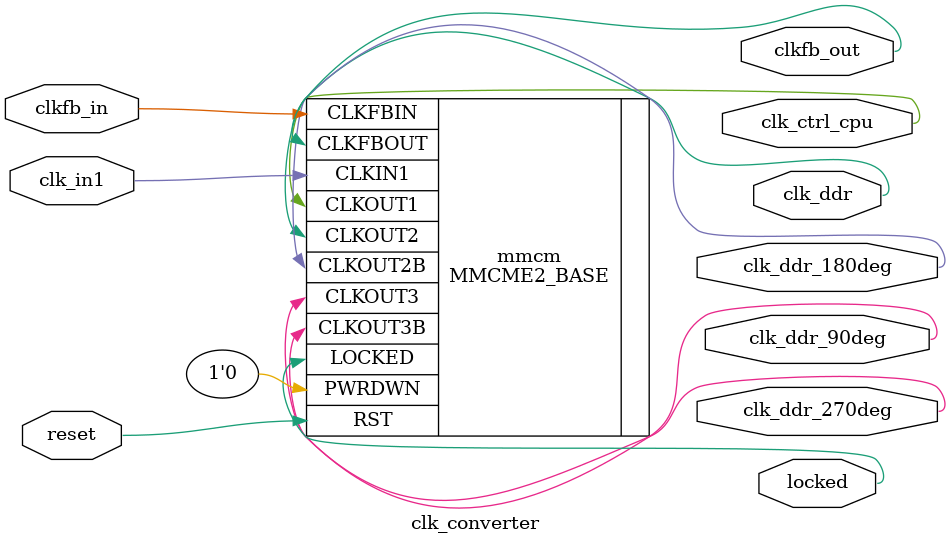
<source format=sv>
`timescale 1ns / 1ps

module clk_converter(
    input clk_in1,
    input reset,

    output clk_ctrl_cpu,
    output clk_ddr,
    output clk_ddr_90deg,
    output clk_ddr_180deg,
    output clk_ddr_270deg,

    output clkfb_out,
    input clkfb_in,

    output locked
);

MMCME2_BASE#(
    .DIVCLK_DIVIDE(4),
    .CLKFBOUT_MULT_F(48.5),
    .CLKIN1_PERIOD(20.000),     // 50MHz input clock
    .CLKOUT1_DIVIDE(8),         // 75.78125MHz output
    .CLKOUT2_DIVIDE(2),         // 303.125MHz output
    .CLKOUT3_DIVIDE(2),         // 303.125MHz output
    .CLKOUT3_PHASE(90)
) mmcm(
    .CLKIN1(clk_in1),

    .CLKFBIN(clkfb_in),
    .CLKFBOUT(clkfb_out),

    .CLKOUT1(clk_ctrl_cpu),
    .CLKOUT2(clk_ddr),
    .CLKOUT2B(clk_ddr_180deg),
    .CLKOUT3(clk_ddr_90deg),
    .CLKOUT3B(clk_ddr_270deg),

    .PWRDWN(1'b0),
    .RST(reset),
    .LOCKED(locked)
);

endmodule

</source>
